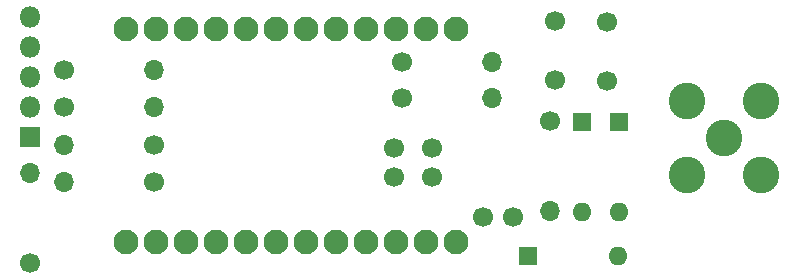
<source format=gbr>
%TF.GenerationSoftware,KiCad,Pcbnew,(5.1.6-0-10_14)*%
%TF.CreationDate,2021-03-20T13:28:09-06:00*%
%TF.ProjectId,rf_dummy_50ohm_20W,72665f64-756d-46d7-995f-35306f686d5f,rev?*%
%TF.SameCoordinates,Original*%
%TF.FileFunction,Soldermask,Bot*%
%TF.FilePolarity,Negative*%
%FSLAX46Y46*%
G04 Gerber Fmt 4.6, Leading zero omitted, Abs format (unit mm)*
G04 Created by KiCad (PCBNEW (5.1.6-0-10_14)) date 2021-03-20 13:28:09*
%MOMM*%
%LPD*%
G01*
G04 APERTURE LIST*
%ADD10O,1.700000X1.700000*%
%ADD11C,1.700000*%
%ADD12O,1.600000X1.600000*%
%ADD13R,1.600000X1.600000*%
%ADD14C,2.100000*%
%ADD15C,3.100000*%
%ADD16O,1.800000X1.800000*%
%ADD17R,1.800000X1.800000*%
G04 APERTURE END LIST*
D10*
%TO.C,R10*%
X128016000Y-95123000D03*
D11*
X120396000Y-95123000D03*
%TD*%
D10*
%TO.C,R9*%
X128016000Y-91948000D03*
D11*
X120396000Y-91948000D03*
%TD*%
D10*
%TO.C,R8*%
X120396000Y-98298000D03*
D11*
X128016000Y-98298000D03*
%TD*%
D10*
%TO.C,R7*%
X117475000Y-100711000D03*
D11*
X117475000Y-108331000D03*
%TD*%
D10*
%TO.C,R6*%
X120396000Y-101473000D03*
D11*
X128016000Y-101473000D03*
%TD*%
%TO.C,C4*%
X151511000Y-101052000D03*
X151511000Y-98552000D03*
%TD*%
%TO.C,C5*%
X148336000Y-101052000D03*
X148336000Y-98552000D03*
%TD*%
D10*
%TO.C,R5*%
X161544000Y-103886000D03*
D11*
X161544000Y-96266000D03*
%TD*%
D10*
%TO.C,R4*%
X156591000Y-94361000D03*
D11*
X148971000Y-94361000D03*
%TD*%
D10*
%TO.C,R3*%
X156591000Y-91313000D03*
D11*
X148971000Y-91313000D03*
%TD*%
D12*
%TO.C,D1*%
X167259000Y-107696000D03*
D13*
X159639000Y-107696000D03*
%TD*%
D11*
%TO.C,C2*%
X158369000Y-104394000D03*
X155869000Y-104394000D03*
%TD*%
D12*
%TO.C,D3*%
X164211000Y-104013000D03*
D13*
X164211000Y-96393000D03*
%TD*%
D14*
%TO.C,U4*%
X125667762Y-88461500D03*
X128207762Y-88461500D03*
X130747762Y-88461500D03*
X133287762Y-88461500D03*
X135827762Y-88461500D03*
X138367762Y-88461500D03*
X140907762Y-88461500D03*
X143447762Y-88461500D03*
X145987762Y-88461500D03*
X148527762Y-88461500D03*
X151067762Y-88461500D03*
X153607762Y-88461500D03*
X153607762Y-106561500D03*
X151067762Y-106561500D03*
X148527762Y-106561500D03*
X145987762Y-106561500D03*
X143447762Y-106561500D03*
X140907762Y-106561500D03*
X138367762Y-106561500D03*
X135827762Y-106561500D03*
X133287762Y-106561500D03*
X130747762Y-106561500D03*
X128207762Y-106561500D03*
X125667762Y-106561500D03*
%TD*%
D15*
%TO.C,J1*%
X179406000Y-100875000D03*
X176276000Y-97745000D03*
X173146000Y-100875000D03*
X179406000Y-94615000D03*
X173146000Y-94615000D03*
%TD*%
D16*
%TO.C,J2*%
X117475000Y-87503000D03*
X117475000Y-90043000D03*
X117475000Y-92583000D03*
X117475000Y-95123000D03*
D17*
X117475000Y-97663000D03*
%TD*%
D12*
%TO.C,D2*%
X167386000Y-104013000D03*
D13*
X167386000Y-96393000D03*
%TD*%
D11*
%TO.C,C3*%
X166370000Y-87884000D03*
X166370000Y-92884000D03*
%TD*%
%TO.C,C1*%
X161925000Y-87837000D03*
X161925000Y-92837000D03*
%TD*%
M02*

</source>
